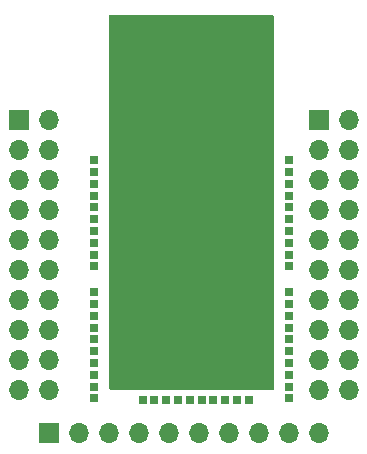
<source format=gbr>
%TF.GenerationSoftware,KiCad,Pcbnew,(6.0.7)*%
%TF.CreationDate,2022-11-10T23:08:22-08:00*%
%TF.ProjectId,memsbreakout_w50,6d656d73-6272-4656-916b-6f75745f7735,0*%
%TF.SameCoordinates,Original*%
%TF.FileFunction,Soldermask,Top*%
%TF.FilePolarity,Negative*%
%FSLAX46Y46*%
G04 Gerber Fmt 4.6, Leading zero omitted, Abs format (unit mm)*
G04 Created by KiCad (PCBNEW (6.0.7)) date 2022-11-10 23:08:22*
%MOMM*%
%LPD*%
G01*
G04 APERTURE LIST*
%ADD10O,1.700000X1.700000*%
%ADD11R,1.700000X1.700000*%
%ADD12R,0.700000X0.700000*%
G04 APERTURE END LIST*
D10*
%TO.C,J8*%
X166370000Y-113416000D03*
X163830000Y-113416000D03*
X166370000Y-110876000D03*
X163830000Y-110876000D03*
X166370000Y-108336000D03*
X163830000Y-108336000D03*
X166370000Y-105796000D03*
X163830000Y-105796000D03*
X166370000Y-103256000D03*
X163830000Y-103256000D03*
X166370000Y-100716000D03*
X163830000Y-100716000D03*
X166370000Y-98176000D03*
X163830000Y-98176000D03*
X166370000Y-95636000D03*
X163830000Y-95636000D03*
X166370000Y-93096000D03*
X163830000Y-93096000D03*
X166370000Y-90556000D03*
D11*
X163830000Y-90556000D03*
%TD*%
D12*
%TO.C,J6*%
X161290000Y-93981000D03*
X161290000Y-94981000D03*
X161290000Y-95981000D03*
X161290000Y-96981000D03*
X161290000Y-97981000D03*
X161290000Y-98981000D03*
X161290000Y-99981000D03*
X161290000Y-100981000D03*
X161290000Y-101981000D03*
X161290000Y-102981000D03*
%TD*%
%TO.C,J7*%
X161290000Y-105156000D03*
X161290000Y-106156000D03*
X161290000Y-107156000D03*
X161290000Y-108156000D03*
X161290000Y-109156000D03*
X161290000Y-110156000D03*
X161290000Y-111156000D03*
X161290000Y-112156000D03*
X161290000Y-113156000D03*
X161290000Y-114156000D03*
%TD*%
D11*
%TO.C,J4*%
X140975000Y-117094000D03*
D10*
X143515000Y-117094000D03*
X146055000Y-117094000D03*
X148595000Y-117094000D03*
X151135000Y-117094000D03*
X153675000Y-117094000D03*
X156215000Y-117094000D03*
X158755000Y-117094000D03*
X161295000Y-117094000D03*
X163835000Y-117094000D03*
%TD*%
D12*
%TO.C,J2*%
X144780000Y-105156000D03*
X144780000Y-106156000D03*
X144780000Y-107156000D03*
X144780000Y-108156000D03*
X144780000Y-109156000D03*
X144780000Y-110156000D03*
X144780000Y-111156000D03*
X144780000Y-112156000D03*
X144780000Y-113156000D03*
X144780000Y-114156000D03*
%TD*%
D11*
%TO.C,J1*%
X138425000Y-90556000D03*
D10*
X140965000Y-90556000D03*
X138425000Y-93096000D03*
X140965000Y-93096000D03*
X138425000Y-95636000D03*
X140965000Y-95636000D03*
X138425000Y-98176000D03*
X140965000Y-98176000D03*
X138425000Y-100716000D03*
X140965000Y-100716000D03*
X138425000Y-103256000D03*
X140965000Y-103256000D03*
X138425000Y-105796000D03*
X140965000Y-105796000D03*
X138425000Y-108336000D03*
X140965000Y-108336000D03*
X138425000Y-110876000D03*
X140965000Y-110876000D03*
X138425000Y-113416000D03*
X140965000Y-113416000D03*
%TD*%
D12*
%TO.C,J3*%
X148908000Y-114300000D03*
X149908000Y-114300000D03*
X150908000Y-114300000D03*
X151908000Y-114300000D03*
X152908000Y-114300000D03*
X153908000Y-114300000D03*
X154908000Y-114300000D03*
X155908000Y-114300000D03*
X156908000Y-114300000D03*
X157908000Y-114300000D03*
%TD*%
%TO.C,J5*%
X144780000Y-93981000D03*
X144780000Y-94981000D03*
X144780000Y-95981000D03*
X144780000Y-96981000D03*
X144780000Y-97981000D03*
X144780000Y-98981000D03*
X144780000Y-99981000D03*
X144780000Y-100981000D03*
X144780000Y-101981000D03*
X144780000Y-102981000D03*
%TD*%
G36*
X159962121Y-81681002D02*
G01*
X160008614Y-81734658D01*
X160020000Y-81787000D01*
X160020000Y-113285000D01*
X159999998Y-113353121D01*
X159946342Y-113399614D01*
X159894000Y-113411000D01*
X146176000Y-113411000D01*
X146107879Y-113390998D01*
X146061386Y-113337342D01*
X146050000Y-113285000D01*
X146050000Y-81787000D01*
X146070002Y-81718879D01*
X146123658Y-81672386D01*
X146176000Y-81661000D01*
X159894000Y-81661000D01*
X159962121Y-81681002D01*
G37*
M02*

</source>
